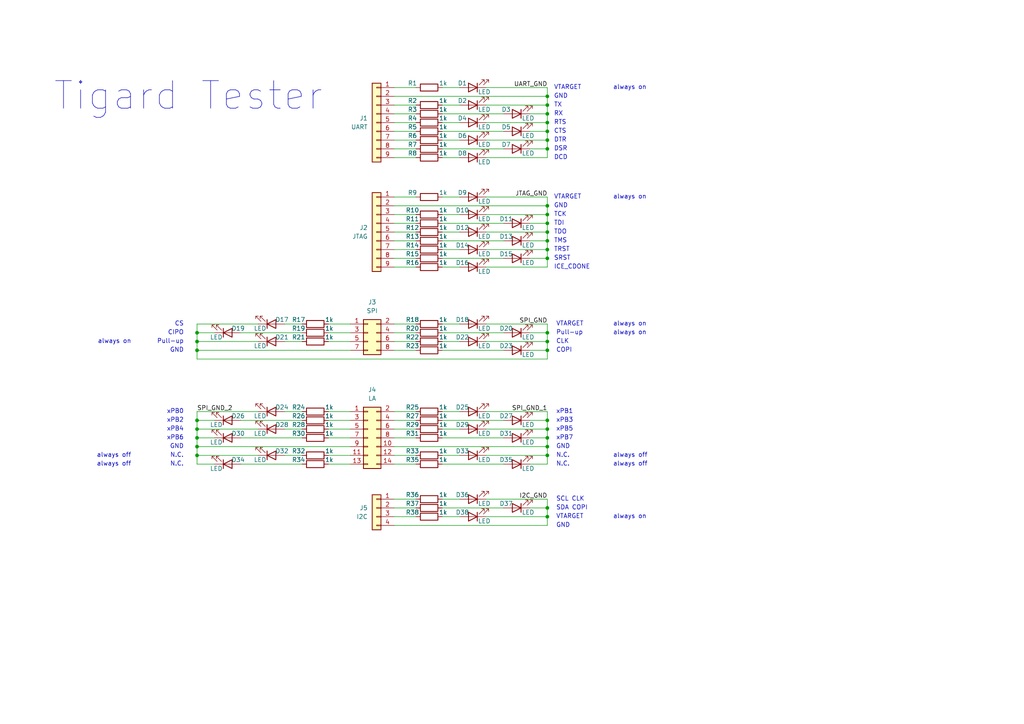
<source format=kicad_sch>
(kicad_sch (version 20231120) (generator "eeschema") (generator_version "8.0")
  (paper "A4")
  (title_block (title "Tigard Tester") (date "2025-01-11") (rev "v1.0") (company "@casartar"))
  (lib_symbols
    (symbol "Connector_Generic:Conn_01x04" (pin_names (offset 1.016) hide)
      (property "Reference" "J" (at 0 5.08 0))
      (property "Value" "Conn_01x04" (at 0 -7.62 0))
      (symbol "Conn_01x04_1_1"
        (rectangle (start -1.27 -4.953) (end 0 -5.207) (stroke (width 0.1524)))
        (rectangle (start -1.27 -2.413) (end 0 -2.667) (stroke (width 0.1524)))
        (rectangle (start -1.27 0.127) (end 0 -0.127) (stroke (width 0.1524)))
        (rectangle (start -1.27 2.667) (end 0 2.413) (stroke (width 0.1524)))
        (rectangle (start -1.27 3.81) (end 1.27 -6.35) (stroke (width 0.254)) (fill (type background)))
        (pin passive line (at -5.08 2.54 0) (length 3.81) (name "Pin_1") (number "1"))
        (pin passive line (at -5.08 0 0) (length 3.81) (name "Pin_2") (number "2"))
        (pin passive line (at -5.08 -2.54 0) (length 3.81) (name "Pin_3") (number "3"))
        (pin passive line (at -5.08 -5.08 0) (length 3.81) (name "Pin_4") (number "4"))
      )
    )
    (symbol "Connector_Generic:Conn_01x09" (pin_names (offset 1.016) hide)
      (property "Reference" "J" (at 0 12.7 0))
      (property "Value" "Conn_01x09" (at 0 -12.7 0))
      (symbol "Conn_01x09_1_1"
        (rectangle (start -1.27 -10.033) (end 0 -10.287) (stroke (width 0.1524)))
        (rectangle (start -1.27 -7.493) (end 0 -7.747) (stroke (width 0.1524)))
        (rectangle (start -1.27 -4.953) (end 0 -5.207) (stroke (width 0.1524)))
        (rectangle (start -1.27 -2.413) (end 0 -2.667) (stroke (width 0.1524)))
        (rectangle (start -1.27 0.127) (end 0 -0.127) (stroke (width 0.1524)))
        (rectangle (start -1.27 2.667) (end 0 2.413) (stroke (width 0.1524)))
        (rectangle (start -1.27 5.207) (end 0 4.953) (stroke (width 0.1524)))
        (rectangle (start -1.27 7.747) (end 0 7.493) (stroke (width 0.1524)))
        (rectangle (start -1.27 10.287) (end 0 10.033) (stroke (width 0.1524)))
        (rectangle (start -1.27 11.43) (end 1.27 -11.43) (stroke (width 0.254)) (fill (type background)))
        (pin passive line (at -5.08 10.16 0) (length 3.81) (name "Pin_1") (number "1"))
        (pin passive line (at -5.08 7.62 0) (length 3.81) (name "Pin_2") (number "2"))
        (pin passive line (at -5.08 5.08 0) (length 3.81) (name "Pin_3") (number "3"))
        (pin passive line (at -5.08 2.54 0) (length 3.81) (name "Pin_4") (number "4"))
        (pin passive line (at -5.08 0 0) (length 3.81) (name "Pin_5") (number "5"))
        (pin passive line (at -5.08 -2.54 0) (length 3.81) (name "Pin_6") (number "6"))
        (pin passive line (at -5.08 -5.08 0) (length 3.81) (name "Pin_7") (number "7"))
        (pin passive line (at -5.08 -7.62 0) (length 3.81) (name "Pin_8") (number "8"))
        (pin passive line (at -5.08 -10.16 0) (length 3.81) (name "Pin_9") (number "9"))
      )
    )
    (symbol "Connector_Generic:Conn_02x04_Odd_Even" (pin_names (offset 1.016) hide)
      (property "Reference" "J" (at 1.27 5.08 0))
      (property "Value" "Conn_02x04_Odd_Even" (at 1.27 -7.62 0))
      (symbol "Conn_02x04_Odd_Even_1_1"
        (rectangle (start -1.27 -4.953) (end 0 -5.207) (stroke (width 0.1524)))
        (rectangle (start -1.27 -2.413) (end 0 -2.667) (stroke (width 0.1524)))
        (rectangle (start -1.27 0.127) (end 0 -0.127) (stroke (width 0.1524)))
        (rectangle (start -1.27 2.667) (end 0 2.413) (stroke (width 0.1524)))
        (rectangle (start -1.27 3.81) (end 3.81 -6.35) (stroke (width 0.254)) (fill (type background)))
        (rectangle (start 3.81 -4.953) (end 2.54 -5.207) (stroke (width 0.1524)))
        (rectangle (start 3.81 -2.413) (end 2.54 -2.667) (stroke (width 0.1524)))
        (rectangle (start 3.81 0.127) (end 2.54 -0.127) (stroke (width 0.1524)))
        (rectangle (start 3.81 2.667) (end 2.54 2.413) (stroke (width 0.1524)))
        (pin passive line (at -5.08 2.54 0) (length 3.81) (name "Pin_1") (number "1"))
        (pin passive line (at 7.62 2.54 180) (length 3.81) (name "Pin_2") (number "2"))
        (pin passive line (at -5.08 0 0) (length 3.81) (name "Pin_3") (number "3"))
        (pin passive line (at 7.62 0 180) (length 3.81) (name "Pin_4") (number "4"))
        (pin passive line (at -5.08 -2.54 0) (length 3.81) (name "Pin_5") (number "5"))
        (pin passive line (at 7.62 -2.54 180) (length 3.81) (name "Pin_6") (number "6"))
        (pin passive line (at -5.08 -5.08 0) (length 3.81) (name "Pin_7") (number "7"))
        (pin passive line (at 7.62 -5.08 180) (length 3.81) (name "Pin_8") (number "8"))
      )
    )
    (symbol "Connector_Generic:Conn_02x07_Odd_Even" (pin_names (offset 1.016) hide)
      (property "Reference" "J" (at 1.27 10.16 0))
      (property "Value" "Conn_02x07_Odd_Even" (at 1.27 -10.16 0))
      (symbol "Conn_02x07_Odd_Even_1_1"
        (rectangle (start -1.27 -7.493) (end 0 -7.747) (stroke (width 0.1524)))
        (rectangle (start -1.27 -4.953) (end 0 -5.207) (stroke (width 0.1524)))
        (rectangle (start -1.27 -2.413) (end 0 -2.667) (stroke (width 0.1524)))
        (rectangle (start -1.27 0.127) (end 0 -0.127) (stroke (width 0.1524)))
        (rectangle (start -1.27 2.667) (end 0 2.413) (stroke (width 0.1524)))
        (rectangle (start -1.27 5.207) (end 0 4.953) (stroke (width 0.1524)))
        (rectangle (start -1.27 7.747) (end 0 7.493) (stroke (width 0.1524)))
        (rectangle (start -1.27 8.89) (end 3.81 -8.89) (stroke (width 0.254)) (fill (type background)))
        (rectangle (start 3.81 -7.493) (end 2.54 -7.747) (stroke (width 0.1524)))
        (rectangle (start 3.81 -4.953) (end 2.54 -5.207) (stroke (width 0.1524)))
        (rectangle (start 3.81 -2.413) (end 2.54 -2.667) (stroke (width 0.1524)))
        (rectangle (start 3.81 0.127) (end 2.54 -0.127) (stroke (width 0.1524)))
        (rectangle (start 3.81 2.667) (end 2.54 2.413) (stroke (width 0.1524)))
        (rectangle (start 3.81 5.207) (end 2.54 4.953) (stroke (width 0.1524)))
        (rectangle (start 3.81 7.747) (end 2.54 7.493) (stroke (width 0.1524)))
        (pin passive line (at -5.08 7.62 0) (length 3.81) (name "Pin_1") (number "1"))
        (pin passive line (at 7.62 -2.54 180) (length 3.81) (name "Pin_10") (number "10"))
        (pin passive line (at -5.08 -5.08 0) (length 3.81) (name "Pin_11") (number "11"))
        (pin passive line (at 7.62 -5.08 180) (length 3.81) (name "Pin_12") (number "12"))
        (pin passive line (at -5.08 -7.62 0) (length 3.81) (name "Pin_13") (number "13"))
        (pin passive line (at 7.62 -7.62 180) (length 3.81) (name "Pin_14") (number "14"))
        (pin passive line (at 7.62 7.62 180) (length 3.81) (name "Pin_2") (number "2"))
        (pin passive line (at -5.08 5.08 0) (length 3.81) (name "Pin_3") (number "3"))
        (pin passive line (at 7.62 5.08 180) (length 3.81) (name "Pin_4") (number "4"))
        (pin passive line (at -5.08 2.54 0) (length 3.81) (name "Pin_5") (number "5"))
        (pin passive line (at 7.62 2.54 180) (length 3.81) (name "Pin_6") (number "6"))
        (pin passive line (at -5.08 0 0) (length 3.81) (name "Pin_7") (number "7"))
        (pin passive line (at 7.62 0 180) (length 3.81) (name "Pin_8") (number "8"))
        (pin passive line (at -5.08 -2.54 0) (length 3.81) (name "Pin_9") (number "9"))
      )
    )
    (symbol "Device:LED" (pin_numbers hide) (pin_names (offset 1.016) hide)
      (property "Reference" "D" (at 0 2.54 0))
      (property "Value" "LED" (at 0 -2.54 0))
      (symbol "LED_0_1"
        (polyline (pts (xy -1.27 -1.27) (xy -1.27 1.27)) (stroke (width 0.254)))
        (polyline (pts (xy -1.27 0) (xy 1.27 0)))
        (polyline (pts (xy 1.27 -1.27) (xy 1.27 1.27) (xy -1.27 0) (xy 1.27 -1.27)) (stroke (width 0.254)))
        (polyline (pts (xy -3.048 -0.762) (xy -4.572 -2.286) (xy -3.81 -2.286) (xy -4.572 -2.286) (xy -4.572 -1.524)))
        (polyline (pts (xy -1.778 -0.762) (xy -3.302 -2.286) (xy -2.54 -2.286) (xy -3.302 -2.286) (xy -3.302 -1.524)))
      )
      (symbol "LED_1_1"
        (pin passive line (at -3.81 0 0) (length 2.54) (name "K") (number "1"))
        (pin passive line (at 3.81 0 180) (length 2.54) (name "A") (number "2"))
      )
    )
    (symbol "Device:R" (pin_numbers hide) (pin_names (offset 0))
      (property "Reference" "R" (at 2.032 0 90))
      (property "Value" "R" (at 0 0 90))
      (symbol "R_0_1"
        (rectangle (start -1.016 -2.54) (end 1.016 2.54) (stroke (width 0.254)))
      )
      (symbol "R_1_1"
        (pin passive line (at 0 3.81 270) (length 1.27) (name "~") (number "1"))
        (pin passive line (at 0 -3.81 90) (length 1.27) (name "~") (number "2"))
      )
    )
  )
  (junction (at 158.75 27.94))
  (junction (at 158.75 127))
  (junction (at 158.75 43.18))
  (junction (at 158.75 74.93))
  (junction (at 158.75 62.23))
  (junction (at 158.75 72.39))
  (junction (at 158.75 67.31))
  (junction (at 158.75 59.69))
  (junction (at 158.75 35.56))
  (junction (at 158.75 30.48))
  (junction (at 57.15 129.54))
  (junction (at 158.75 129.54))
  (junction (at 158.75 147.32))
  (junction (at 158.75 40.64))
  (junction (at 158.75 99.06))
  (junction (at 57.15 127))
  (junction (at 57.15 132.08))
  (junction (at 57.15 121.92))
  (junction (at 57.15 101.6))
  (junction (at 158.75 121.92))
  (junction (at 57.15 124.46))
  (junction (at 57.15 99.06))
  (junction (at 158.75 64.77))
  (junction (at 158.75 96.52))
  (junction (at 158.75 69.85))
  (junction (at 158.75 101.6))
  (junction (at 158.75 38.1))
  (junction (at 158.75 124.46))
  (junction (at 158.75 33.02))
  (junction (at 158.75 149.86))
  (junction (at 57.15 96.52))
  (junction (at 158.75 132.08))
  (wire (pts (xy 158.75 144.78) (xy 158.75 147.32)))
  (wire (pts (xy 114.3 64.77) (xy 120.65 64.77)))
  (wire (pts (xy 158.75 149.86) (xy 158.75 147.32)))
  (wire (pts (xy 140.97 99.06) (xy 158.75 99.06)))
  (wire (pts (xy 128.27 72.39) (xy 133.35 72.39)))
  (wire (pts (xy 128.27 30.48) (xy 133.35 30.48)))
  (wire (pts (xy 114.3 35.56) (xy 120.65 35.56)))
  (wire (pts (xy 128.27 69.85) (xy 146.05 69.85)))
  (wire (pts (xy 158.75 30.48) (xy 140.97 30.48)))
  (wire (pts (xy 57.15 124.46) (xy 74.93 124.46)))
  (wire (pts (xy 114.3 45.72) (xy 120.65 45.72)))
  (wire (pts (xy 57.15 121.92) (xy 62.23 121.92)))
  (wire (pts (xy 140.97 144.78) (xy 158.75 144.78)))
  (wire (pts (xy 95.25 134.62) (xy 101.6 134.62)))
  (wire (pts (xy 140.97 35.56) (xy 158.75 35.56)))
  (wire (pts (xy 128.27 124.46) (xy 133.35 124.46)))
  (wire (pts (xy 114.3 59.69) (xy 158.75 59.69)))
  (wire (pts (xy 128.27 99.06) (xy 133.35 99.06)))
  (wire (pts (xy 128.27 144.78) (xy 133.35 144.78)))
  (wire (pts (xy 158.75 134.62) (xy 158.75 132.08)))
  (wire (pts (xy 158.75 69.85) (xy 158.75 72.39)))
  (wire (pts (xy 153.67 121.92) (xy 158.75 121.92)))
  (wire (pts (xy 153.67 38.1) (xy 158.75 38.1)))
  (wire (pts (xy 158.75 64.77) (xy 158.75 67.31)))
  (wire (pts (xy 114.3 62.23) (xy 120.65 62.23)))
  (wire (pts (xy 128.27 64.77) (xy 146.05 64.77)))
  (wire (pts (xy 114.3 127) (xy 120.65 127)))
  (wire (pts (xy 57.15 99.06) (xy 57.15 96.52)))
  (wire (pts (xy 158.75 99.06) (xy 158.75 96.52)))
  (wire (pts (xy 153.67 96.52) (xy 158.75 96.52)))
  (wire (pts (xy 128.27 121.92) (xy 146.05 121.92)))
  (wire (pts (xy 158.75 67.31) (xy 158.75 69.85)))
  (wire (pts (xy 95.25 132.08) (xy 101.6 132.08)))
  (wire (pts (xy 128.27 57.15) (xy 133.35 57.15)))
  (wire (pts (xy 114.3 101.6) (xy 120.65 101.6)))
  (wire (pts (xy 114.3 119.38) (xy 120.65 119.38)))
  (wire (pts (xy 140.97 40.64) (xy 158.75 40.64)))
  (wire (pts (xy 158.75 40.64) (xy 158.75 43.18)))
  (wire (pts (xy 114.3 72.39) (xy 120.65 72.39)))
  (wire (pts (xy 114.3 96.52) (xy 120.65 96.52)))
  (wire (pts (xy 128.27 134.62) (xy 146.05 134.62)))
  (wire (pts (xy 57.15 119.38) (xy 57.15 121.92)))
  (wire (pts (xy 158.75 124.46) (xy 158.75 127)))
  (wire (pts (xy 69.85 134.62) (xy 87.63 134.62)))
  (wire (pts (xy 95.25 124.46) (xy 101.6 124.46)))
  (wire (pts (xy 62.23 134.62) (xy 57.15 134.62)))
  (wire (pts (xy 114.3 33.02) (xy 120.65 33.02)))
  (wire (pts (xy 114.3 27.94) (xy 158.75 27.94)))
  (wire (pts (xy 128.27 62.23) (xy 133.35 62.23)))
  (wire (pts (xy 158.75 33.02) (xy 158.75 30.48)))
  (wire (pts (xy 82.55 119.38) (xy 87.63 119.38)))
  (wire (pts (xy 128.27 43.18) (xy 146.05 43.18)))
  (wire (pts (xy 158.75 101.6) (xy 158.75 99.06)))
  (wire (pts (xy 114.3 67.31) (xy 120.65 67.31)))
  (wire (pts (xy 114.3 132.08) (xy 120.65 132.08)))
  (wire (pts (xy 158.75 59.69) (xy 158.75 62.23)))
  (wire (pts (xy 95.25 96.52) (xy 101.6 96.52)))
  (wire (pts (xy 128.27 149.86) (xy 133.35 149.86)))
  (wire (pts (xy 114.3 99.06) (xy 120.65 99.06)))
  (wire (pts (xy 74.93 99.06) (xy 57.15 99.06)))
  (wire (pts (xy 158.75 45.72) (xy 158.75 43.18)))
  (wire (pts (xy 158.75 147.32) (xy 153.67 147.32)))
  (wire (pts (xy 114.3 93.98) (xy 120.65 93.98)))
  (wire (pts (xy 158.75 104.14) (xy 57.15 104.14)))
  (wire (pts (xy 128.27 45.72) (xy 133.35 45.72)))
  (wire (pts (xy 114.3 38.1) (xy 120.65 38.1)))
  (wire (pts (xy 57.15 101.6) (xy 57.15 99.06)))
  (wire (pts (xy 95.25 93.98) (xy 101.6 93.98)))
  (wire (pts (xy 140.97 72.39) (xy 158.75 72.39)))
  (wire (pts (xy 140.97 149.86) (xy 158.75 149.86)))
  (wire (pts (xy 82.55 132.08) (xy 87.63 132.08)))
  (wire (pts (xy 140.97 62.23) (xy 158.75 62.23)))
  (wire (pts (xy 158.75 129.54) (xy 158.75 127)))
  (wire (pts (xy 153.67 64.77) (xy 158.75 64.77)))
  (wire (pts (xy 114.3 124.46) (xy 120.65 124.46)))
  (wire (pts (xy 153.67 69.85) (xy 158.75 69.85)))
  (wire (pts (xy 153.67 134.62) (xy 158.75 134.62)))
  (wire (pts (xy 82.55 93.98) (xy 87.63 93.98)))
  (wire (pts (xy 57.15 93.98) (xy 74.93 93.98)))
  (wire (pts (xy 128.27 93.98) (xy 133.35 93.98)))
  (wire (pts (xy 128.27 132.08) (xy 133.35 132.08)))
  (wire (pts (xy 95.25 99.06) (xy 101.6 99.06)))
  (wire (pts (xy 62.23 96.52) (xy 57.15 96.52)))
  (wire (pts (xy 158.75 96.52) (xy 158.75 93.98)))
  (wire (pts (xy 128.27 74.93) (xy 146.05 74.93)))
  (wire (pts (xy 69.85 121.92) (xy 87.63 121.92)))
  (wire (pts (xy 114.3 77.47) (xy 120.65 77.47)))
  (wire (pts (xy 128.27 96.52) (xy 146.05 96.52)))
  (wire (pts (xy 140.97 45.72) (xy 158.75 45.72)))
  (wire (pts (xy 69.85 96.52) (xy 87.63 96.52)))
  (wire (pts (xy 128.27 147.32) (xy 146.05 147.32)))
  (wire (pts (xy 57.15 104.14) (xy 57.15 101.6)))
  (wire (pts (xy 114.3 40.64) (xy 120.65 40.64)))
  (wire (pts (xy 114.3 69.85) (xy 120.65 69.85)))
  (wire (pts (xy 128.27 25.4) (xy 133.35 25.4)))
  (wire (pts (xy 153.67 33.02) (xy 158.75 33.02)))
  (wire (pts (xy 57.15 129.54) (xy 57.15 127)))
  (wire (pts (xy 57.15 121.92) (xy 57.15 124.46)))
  (wire (pts (xy 69.85 127) (xy 87.63 127)))
  (wire (pts (xy 114.3 129.54) (xy 158.75 129.54)))
  (wire (pts (xy 101.6 101.6) (xy 57.15 101.6)))
  (wire (pts (xy 153.67 74.93) (xy 158.75 74.93)))
  (wire (pts (xy 158.75 62.23) (xy 158.75 64.77)))
  (wire (pts (xy 140.97 132.08) (xy 158.75 132.08)))
  (wire (pts (xy 128.27 119.38) (xy 133.35 119.38)))
  (wire (pts (xy 82.55 99.06) (xy 87.63 99.06)))
  (wire (pts (xy 57.15 96.52) (xy 57.15 93.98)))
  (wire (pts (xy 128.27 38.1) (xy 146.05 38.1)))
  (wire (pts (xy 158.75 93.98) (xy 140.97 93.98)))
  (wire (pts (xy 128.27 127) (xy 146.05 127)))
  (wire (pts (xy 158.75 121.92) (xy 158.75 124.46)))
  (wire (pts (xy 158.75 27.94) (xy 158.75 30.48)))
  (wire (pts (xy 114.3 134.62) (xy 120.65 134.62)))
  (wire (pts (xy 158.75 119.38) (xy 158.75 121.92)))
  (wire (pts (xy 140.97 119.38) (xy 158.75 119.38)))
  (wire (pts (xy 128.27 33.02) (xy 146.05 33.02)))
  (wire (pts (xy 82.55 124.46) (xy 87.63 124.46)))
  (wire (pts (xy 114.3 144.78) (xy 120.65 144.78)))
  (wire (pts (xy 128.27 101.6) (xy 146.05 101.6)))
  (wire (pts (xy 128.27 77.47) (xy 133.35 77.47)))
  (wire (pts (xy 101.6 129.54) (xy 57.15 129.54)))
  (wire (pts (xy 114.3 25.4) (xy 120.65 25.4)))
  (wire (pts (xy 57.15 127) (xy 62.23 127)))
  (wire (pts (xy 74.93 119.38) (xy 57.15 119.38)))
  (wire (pts (xy 158.75 132.08) (xy 158.75 129.54)))
  (wire (pts (xy 140.97 124.46) (xy 158.75 124.46)))
  (wire (pts (xy 95.25 119.38) (xy 101.6 119.38)))
  (wire (pts (xy 158.75 127) (xy 153.67 127)))
  (wire (pts (xy 114.3 43.18) (xy 120.65 43.18)))
  (wire (pts (xy 153.67 101.6) (xy 158.75 101.6)))
  (wire (pts (xy 114.3 147.32) (xy 120.65 147.32)))
  (wire (pts (xy 158.75 101.6) (xy 158.75 104.14)))
  (wire (pts (xy 128.27 67.31) (xy 133.35 67.31)))
  (wire (pts (xy 128.27 40.64) (xy 133.35 40.64)))
  (wire (pts (xy 74.93 132.08) (xy 57.15 132.08)))
  (wire (pts (xy 95.25 121.92) (xy 101.6 121.92)))
  (wire (pts (xy 158.75 74.93) (xy 158.75 77.47)))
  (wire (pts (xy 158.75 57.15) (xy 158.75 59.69)))
  (wire (pts (xy 140.97 57.15) (xy 158.75 57.15)))
  (wire (pts (xy 140.97 67.31) (xy 158.75 67.31)))
  (wire (pts (xy 114.3 152.4) (xy 158.75 152.4)))
  (wire (pts (xy 158.75 38.1) (xy 158.75 40.64)))
  (wire (pts (xy 114.3 74.93) (xy 120.65 74.93)))
  (wire (pts (xy 57.15 134.62) (xy 57.15 132.08)))
  (wire (pts (xy 114.3 57.15) (xy 120.65 57.15)))
  (wire (pts (xy 158.75 77.47) (xy 140.97 77.47)))
  (wire (pts (xy 158.75 25.4) (xy 158.75 27.94)))
  (wire (pts (xy 158.75 33.02) (xy 158.75 35.56)))
  (wire (pts (xy 158.75 152.4) (xy 158.75 149.86)))
  (wire (pts (xy 114.3 30.48) (xy 120.65 30.48)))
  (wire (pts (xy 158.75 35.56) (xy 158.75 38.1)))
  (wire (pts (xy 128.27 35.56) (xy 133.35 35.56)))
  (wire (pts (xy 95.25 127) (xy 101.6 127)))
  (wire (pts (xy 57.15 124.46) (xy 57.15 127)))
  (wire (pts (xy 57.15 132.08) (xy 57.15 129.54)))
  (wire (pts (xy 158.75 72.39) (xy 158.75 74.93)))
  (wire (pts (xy 140.97 25.4) (xy 158.75 25.4)))
  (wire (pts (xy 114.3 149.86) (xy 120.65 149.86)))
  (wire (pts (xy 114.3 121.92) (xy 120.65 121.92)))
  (wire (pts (xy 158.75 43.18) (xy 153.67 43.18)))
  (text "RTS" (at 160.655 35.56 0) (effects (font (size 1.27 1.27)) (justify left)))
  (text "ICE_CDONE" (at 160.655 77.47 0) (effects (font (size 1.27 1.27)) (justify left)))
  (text "TX" (at 160.655 30.48 0) (effects (font (size 1.27 1.27)) (justify left)))
  (text "Tigard Tester" (at 54.61 27.94 0) (effects (font (size 8 8))))
  (text "N.C." (at 53.34 134.62 0) (effects (font (size 1.27 1.27)) (justify right)))
  (text "Pull-up" (at 161.29 96.52 0) (effects (font (size 1.27 1.27)) (justify left)))
  (text "VTARGET" (at 160.655 25.4 0) (effects (font (size 1.27 1.27)) (justify left)))
  (text "N.C." (at 161.29 134.62 0) (effects (font (size 1.27 1.27)) (justify left)))
  (text "xPB7" (at 161.29 127 0) (effects (font (size 1.27 1.27)) (justify left)))
  (text "DSR" (at 160.655 43.18 0) (effects (font (size 1.27 1.27)) (justify left)))
  (text "always on" (at 177.8 57.15 0) (effects (font (size 1.27 1.27)) (justify left)))
  (text "TRST" (at 160.655 72.39 0) (effects (font (size 1.27 1.27)) (justify left)))
  (text "always off" (at 38.1 132.08 0) (effects (font (size 1.27 1.27)) (justify right)))
  (text "GND" (at 160.655 27.94 0) (effects (font (size 1.27 1.27)) (justify left)))
  (text "DTR" (at 160.655 40.64 0) (effects (font (size 1.27 1.27)) (justify left)))
  (text "SDA COPI" (at 161.29 147.32 0) (effects (font (size 1.27 1.27)) (justify left)))
  (text "GND" (at 161.29 152.4 0) (effects (font (size 1.27 1.27)) (justify left)))
  (text "COPI" (at 161.29 101.6 0) (effects (font (size 1.27 1.27)) (justify left)))
  (text "SCL CLK" (at 161.29 144.78 0) (effects (font (size 1.27 1.27)) (justify left)))
  (text "VTARGET" (at 160.655 57.15 0) (effects (font (size 1.27 1.27)) (justify left)))
  (text "SRST" (at 160.655 74.93 0) (effects (font (size 1.27 1.27)) (justify left)))
  (text "TDO" (at 160.655 67.31 0) (effects (font (size 1.27 1.27)) (justify left)))
  (text "VTARGET" (at 161.29 149.86 0) (effects (font (size 1.27 1.27)) (justify left)))
  (text "xPB6" (at 53.34 127 0) (effects (font (size 1.27 1.27)) (justify right)))
  (text "TCK" (at 160.655 62.23 0) (effects (font (size 1.27 1.27)) (justify left)))
  (text "TMS" (at 160.655 69.85 0) (effects (font (size 1.27 1.27)) (justify left)))
  (text "Pull-up" (at 53.34 99.06 0) (effects (font (size 1.27 1.27)) (justify right)))
  (text "VTARGET" (at 161.29 93.98 0) (effects (font (size 1.27 1.27)) (justify left)))
  (text "xPB5" (at 161.29 124.46 0) (effects (font (size 1.27 1.27)) (justify left)))
  (text "TDI" (at 160.655 64.77 0) (effects (font (size 1.27 1.27)) (justify left)))
  (text "GND" (at 161.29 129.54 0) (effects (font (size 1.27 1.27)) (justify left)))
  (text "always on" (at 177.8 96.52 0) (effects (font (size 1.27 1.27)) (justify left)))
  (text "GND" (at 53.34 101.6 0) (effects (font (size 1.27 1.27)) (justify right)))
  (text "CIPO" (at 53.34 96.52 0) (effects (font (size 1.27 1.27)) (justify right)))
  (text "always off" (at 177.8 132.08 0) (effects (font (size 1.27 1.27)) (justify left)))
  (text "N.C." (at 53.34 132.08 0) (effects (font (size 1.27 1.27)) (justify right)))
  (text "always on" (at 177.8 93.98 0) (effects (font (size 1.27 1.27)) (justify left)))
  (text "CTS" (at 160.655 38.1 0) (effects (font (size 1.27 1.27)) (justify left)))
  (text "CLK" (at 161.29 99.06 0) (effects (font (size 1.27 1.27)) (justify left)))
  (text "always off" (at 177.8 134.62 0) (effects (font (size 1.27 1.27)) (justify left)))
  (text "always off" (at 38.1 134.62 0) (effects (font (size 1.27 1.27)) (justify right)))
  (text "GND" (at 53.34 129.54 0) (effects (font (size 1.27 1.27)) (justify right)))
  (text "N.C." (at 161.29 132.08 0) (effects (font (size 1.27 1.27)) (justify left)))
  (text "xPB3" (at 161.29 121.92 0) (effects (font (size 1.27 1.27)) (justify left)))
  (text "always on" (at 177.8 149.86 0) (effects (font (size 1.27 1.27)) (justify left)))
  (text "GND" (at 160.655 59.69 0) (effects (font (size 1.27 1.27)) (justify left)))
  (text "always on" (at 177.8 25.4 0) (effects (font (size 1.27 1.27)) (justify left)))
  (text "xPB2" (at 53.34 121.92 0) (effects (font (size 1.27 1.27)) (justify right)))
  (text "xPB4" (at 53.34 124.46 0) (effects (font (size 1.27 1.27)) (justify right)))
  (text "CS" (at 53.34 93.98 0) (effects (font (size 1.27 1.27)) (justify right)))
  (text "xPB0" (at 53.34 119.38 0) (effects (font (size 1.27 1.27)) (justify right)))
  (text "DCD" (at 160.655 45.72 0) (effects (font (size 1.27 1.27)) (justify left)))
  (text "always on" (at 38.1 99.06 0) (effects (font (size 1.27 1.27)) (justify right)))
  (text "RX" (at 160.655 33.02 0) (effects (font (size 1.27 1.27)) (justify left)))
  (text "xPB1" (at 161.29 119.38 0) (effects (font (size 1.27 1.27)) (justify left)))
  (label "SPI_GND" (at 158.75 93.98 180))
  (label "SPI_GND_1" (at 158.75 119.38 180))
  (label "JTAG_GND" (at 158.75 57.15 180))
  (label "UART_GND" (at 158.75 25.4 180))
  (label "I2C_GND" (at 158.75 144.78 180))
  (label "SPI_GND_2" (at 57.15 119.38 0))
  (symbol (lib_id "Device:LED") (at 137.16 93.98 180) (unit 1)
    (property "Reference" "D18" (at 134.112 92.71 0))
    (property "Value" "LED" (at 140.462 95.25 0))
    (property "Footprint" "LED_SMD:LED_0805_2012Metric_Pad1.15x1.40mm_HandSolder" (effects (hide yes)))
    (property "Description" "Light emitting diode" (effects (hide yes)))
  )
  (symbol (lib_id "Device:R") (at 124.46 33.02 90) (unit 1)
    (property "Reference" "R3" (at 119.634 31.75 90))
    (property "Value" "1k" (at 128.524 31.75 90))
    (property "Footprint" "Resistor_SMD:R_0805_2012Metric_Pad1.20x1.40mm_HandSolder" (effects (hide yes)))
    (property "Description" "Resistor" (effects (hide yes)))
  )
  (symbol (lib_id "Device:LED") (at 149.86 127 180) (unit 1)
    (property "Reference" "D31" (at 146.812 125.73 0))
    (property "Value" "LED" (at 153.162 128.27 0))
    (property "Footprint" "LED_SMD:LED_0805_2012Metric_Pad1.15x1.40mm_HandSolder" (effects (hide yes)))
    (property "Description" "Light emitting diode" (effects (hide yes)))
  )
  (symbol (lib_id "Device:LED") (at 66.04 134.62 0) (mirror x) (unit 1)
    (property "Reference" "D34" (at 69.088 133.35 0))
    (property "Value" "LED" (at 62.738 135.89 0))
    (property "Footprint" "LED_SMD:LED_0805_2012Metric_Pad1.15x1.40mm_HandSolder" (effects (hide yes)))
    (property "Description" "Light emitting diode" (effects (hide yes)))
  )
  (symbol (lib_id "Device:R") (at 91.44 99.06 90) (unit 1)
    (property "Reference" "R21" (at 86.614 97.79 90))
    (property "Value" "1k" (at 95.504 97.79 90))
    (property "Footprint" "Resistor_SMD:R_0805_2012Metric_Pad1.20x1.40mm_HandSolder" (effects (hide yes)))
    (property "Description" "Resistor" (effects (hide yes)))
  )
  (symbol (lib_id "Device:LED") (at 78.74 132.08 0) (mirror x) (unit 1)
    (property "Reference" "D32" (at 81.788 130.81 0))
    (property "Value" "LED" (at 75.438 133.35 0))
    (property "Footprint" "LED_SMD:LED_0805_2012Metric_Pad1.15x1.40mm_HandSolder" (effects (hide yes)))
    (property "Description" "Light emitting diode" (effects (hide yes)))
  )
  (symbol (lib_id "Device:LED") (at 149.86 96.52 180) (unit 1)
    (property "Reference" "D20" (at 146.812 95.25 0))
    (property "Value" "LED" (at 153.162 97.79 0))
    (property "Footprint" "LED_SMD:LED_0805_2012Metric_Pad1.15x1.40mm_HandSolder" (effects (hide yes)))
    (property "Description" "Light emitting diode" (effects (hide yes)))
  )
  (symbol (lib_id "Device:LED") (at 137.16 35.56 180) (unit 1)
    (property "Reference" "D4" (at 134.112 34.29 0))
    (property "Value" "LED" (at 140.462 36.83 0))
    (property "Footprint" "LED_SMD:LED_0805_2012Metric_Pad1.15x1.40mm_HandSolder" (effects (hide yes)))
    (property "Description" "Light emitting diode" (effects (hide yes)))
  )
  (symbol (lib_id "Device:LED") (at 78.74 119.38 0) (mirror x) (unit 1)
    (property "Reference" "D24" (at 81.788 118.11 0))
    (property "Value" "LED" (at 75.438 120.65 0))
    (property "Footprint" "LED_SMD:LED_0805_2012Metric_Pad1.15x1.40mm_HandSolder" (effects (hide yes)))
    (property "Description" "Light emitting diode" (effects (hide yes)))
  )
  (symbol (lib_id "Device:R") (at 91.44 134.62 90) (unit 1)
    (property "Reference" "R34" (at 86.614 133.35 90))
    (property "Value" "1k" (at 95.504 133.35 90))
    (property "Footprint" "Resistor_SMD:R_0805_2012Metric_Pad1.20x1.40mm_HandSolder" (effects (hide yes)))
    (property "Description" "Resistor" (effects (hide yes)))
  )
  (symbol (lib_id "Connector_Generic:Conn_01x04") (at 109.22 147.32 0) (mirror y) (unit 1)
    (property "Reference" "J5" (at 106.68 147.3199 0) (effects (justify left)))
    (property "Value" "I2C" (at 106.68 149.8599 0) (effects (justify left)))
    (property "Footprint" "Connector_PinSocket_2.54mm:PinSocket_1x04_P2.54mm_Vertical" (effects (hide yes)))
    (property "Description" "Generic connector, single row, 01x04, script generated (kicad-library-utils/schlib/autogen/connector/)" (effects (hide yes)))
  )
  (symbol (lib_id "Device:LED") (at 137.16 40.64 180) (unit 1)
    (property "Reference" "D6" (at 134.112 39.37 0))
    (property "Value" "LED" (at 140.462 41.91 0))
    (property "Footprint" "LED_SMD:LED_0805_2012Metric_Pad1.15x1.40mm_HandSolder" (effects (hide yes)))
    (property "Description" "Light emitting diode" (effects (hide yes)))
  )
  (symbol (lib_id "Device:R") (at 124.46 119.38 90) (unit 1)
    (property "Reference" "R25" (at 119.634 118.11 90))
    (property "Value" "1k" (at 128.524 118.11 90))
    (property "Footprint" "Resistor_SMD:R_0805_2012Metric_Pad1.20x1.40mm_HandSolder" (effects (hide yes)))
    (property "Description" "Resistor" (effects (hide yes)))
  )
  (symbol (lib_id "Device:R") (at 91.44 96.52 90) (unit 1)
    (property "Reference" "R19" (at 86.614 95.25 90))
    (property "Value" "1k" (at 95.504 95.25 90))
    (property "Footprint" "Resistor_SMD:R_0805_2012Metric_Pad1.20x1.40mm_HandSolder" (effects (hide yes)))
    (property "Description" "Resistor" (effects (hide yes)))
  )
  (symbol (lib_id "Device:LED") (at 137.16 144.78 180) (unit 1)
    (property "Reference" "D36" (at 134.112 143.51 0))
    (property "Value" "LED" (at 140.462 146.05 0))
    (property "Footprint" "LED_SMD:LED_0805_2012Metric_Pad1.15x1.40mm_HandSolder" (effects (hide yes)))
    (property "Description" "Light emitting diode" (effects (hide yes)))
  )
  (symbol (lib_id "Device:LED") (at 137.16 99.06 180) (unit 1)
    (property "Reference" "D22" (at 134.112 97.79 0))
    (property "Value" "LED" (at 140.462 100.33 0))
    (property "Footprint" "LED_SMD:LED_0805_2012Metric_Pad1.15x1.40mm_HandSolder" (effects (hide yes)))
    (property "Description" "Light emitting diode" (effects (hide yes)))
  )
  (symbol (lib_id "Device:LED") (at 137.16 30.48 180) (unit 1)
    (property "Reference" "D2" (at 134.112 29.21 0))
    (property "Value" "LED" (at 140.462 31.75 0))
    (property "Footprint" "LED_SMD:LED_0805_2012Metric_Pad1.15x1.40mm_HandSolder" (effects (hide yes)))
    (property "Description" "Light emitting diode" (effects (hide yes)))
  )
  (symbol (lib_id "Device:LED") (at 149.86 33.02 180) (unit 1)
    (property "Reference" "D3" (at 146.812 31.75 0))
    (property "Value" "LED" (at 153.162 34.29 0))
    (property "Footprint" "LED_SMD:LED_0805_2012Metric_Pad1.15x1.40mm_HandSolder" (effects (hide yes)))
    (property "Description" "Light emitting diode" (effects (hide yes)))
  )
  (symbol (lib_id "Connector_Generic:Conn_01x09") (at 109.22 35.56 0) (mirror y) (unit 1)
    (property "Reference" "J1" (at 106.68 34.2899 0) (effects (justify left)))
    (property "Value" "UART" (at 106.68 36.8299 0) (effects (justify left)))
    (property "Footprint" "Connector_PinHeader_2.54mm:PinHeader_1x09_P2.54mm_Vertical" (effects (hide yes)))
    (property "Description" "Generic connector, single row, 01x09, script generated (kicad-library-utils/schlib/autogen/connector/)" (effects (hide yes)))
  )
  (symbol (lib_id "Device:LED") (at 137.16 124.46 180) (unit 1)
    (property "Reference" "D29" (at 134.112 123.19 0))
    (property "Value" "LED" (at 140.462 125.73 0))
    (property "Footprint" "LED_SMD:LED_0805_2012Metric_Pad1.15x1.40mm_HandSolder" (effects (hide yes)))
    (property "Description" "Light emitting diode" (effects (hide yes)))
  )
  (symbol (lib_id "Device:LED") (at 149.86 101.6 180) (unit 1)
    (property "Reference" "D23" (at 146.812 100.33 0))
    (property "Value" "LED" (at 153.162 102.87 0))
    (property "Footprint" "LED_SMD:LED_0805_2012Metric_Pad1.15x1.40mm_HandSolder" (effects (hide yes)))
    (property "Description" "Light emitting diode" (effects (hide yes)))
  )
  (symbol (lib_id "Device:LED") (at 66.04 121.92 0) (mirror x) (unit 1)
    (property "Reference" "D26" (at 69.088 120.65 0))
    (property "Value" "LED" (at 62.738 123.19 0))
    (property "Footprint" "LED_SMD:LED_0805_2012Metric_Pad1.15x1.40mm_HandSolder" (effects (hide yes)))
    (property "Description" "Light emitting diode" (effects (hide yes)))
  )
  (symbol (lib_id "Device:R") (at 91.44 132.08 90) (unit 1)
    (property "Reference" "R32" (at 86.614 130.81 90))
    (property "Value" "1k" (at 95.504 130.81 90))
    (property "Footprint" "Resistor_SMD:R_0805_2012Metric_Pad1.20x1.40mm_HandSolder" (effects (hide yes)))
    (property "Description" "Resistor" (effects (hide yes)))
  )
  (symbol (lib_id "Device:LED") (at 137.16 25.4 180) (unit 1)
    (property "Reference" "D1" (at 134.112 24.13 0))
    (property "Value" "LED" (at 140.462 26.67 0))
    (property "Footprint" "LED_SMD:LED_0805_2012Metric_Pad1.15x1.40mm_HandSolder" (effects (hide yes)))
    (property "Description" "Light emitting diode" (effects (hide yes)))
  )
  (symbol (lib_id "Device:LED") (at 66.04 127 0) (mirror x) (unit 1)
    (property "Reference" "D30" (at 69.088 125.73 0))
    (property "Value" "LED" (at 62.738 128.27 0))
    (property "Footprint" "LED_SMD:LED_0805_2012Metric_Pad1.15x1.40mm_HandSolder" (effects (hide yes)))
    (property "Description" "Light emitting diode" (effects (hide yes)))
  )
  (symbol (lib_id "Device:R") (at 124.46 30.48 90) (unit 1)
    (property "Reference" "R2" (at 119.634 29.21 90))
    (property "Value" "1k" (at 128.524 29.21 90))
    (property "Footprint" "Resistor_SMD:R_0805_2012Metric_Pad1.20x1.40mm_HandSolder" (effects (hide yes)))
    (property "Description" "Resistor" (effects (hide yes)))
  )
  (symbol (lib_id "Device:LED") (at 137.16 67.31 180) (unit 1)
    (property "Reference" "D12" (at 134.112 66.04 0))
    (property "Value" "LED" (at 140.462 68.58 0))
    (property "Footprint" "LED_SMD:LED_0805_2012Metric_Pad1.15x1.40mm_HandSolder" (effects (hide yes)))
    (property "Description" "Light emitting diode" (effects (hide yes)))
  )
  (symbol (lib_id "Device:LED") (at 78.74 93.98 0) (mirror x) (unit 1)
    (property "Reference" "D17" (at 81.788 92.71 0))
    (property "Value" "LED" (at 75.438 95.25 0))
    (property "Footprint" "LED_SMD:LED_0805_2012Metric_Pad1.15x1.40mm_HandSolder" (effects (hide yes)))
    (property "Description" "Light emitting diode" (effects (hide yes)))
  )
  (symbol (lib_id "Device:R") (at 124.46 43.18 90) (unit 1)
    (property "Reference" "R7" (at 119.634 41.91 90))
    (property "Value" "1k" (at 128.524 41.91 90))
    (property "Footprint" "Resistor_SMD:R_0805_2012Metric_Pad1.20x1.40mm_HandSolder" (effects (hide yes)))
    (property "Description" "Resistor" (effects (hide yes)))
  )
  (symbol (lib_id "Device:R") (at 124.46 74.93 90) (unit 1)
    (property "Reference" "R15" (at 119.634 73.66 90))
    (property "Value" "1k" (at 128.524 73.66 90))
    (property "Footprint" "Resistor_SMD:R_0805_2012Metric_Pad1.20x1.40mm_HandSolder" (effects (hide yes)))
    (property "Description" "Resistor" (effects (hide yes)))
  )
  (symbol (lib_id "Device:R") (at 124.46 124.46 90) (unit 1)
    (property "Reference" "R29" (at 119.634 123.19 90))
    (property "Value" "1k" (at 128.524 123.19 90))
    (property "Footprint" "Resistor_SMD:R_0805_2012Metric_Pad1.20x1.40mm_HandSolder" (effects (hide yes)))
    (property "Description" "Resistor" (effects (hide yes)))
  )
  (symbol (lib_id "Device:R") (at 124.46 38.1 90) (unit 1)
    (property "Reference" "R5" (at 119.634 36.83 90))
    (property "Value" "1k" (at 128.524 36.83 90))
    (property "Footprint" "Resistor_SMD:R_0805_2012Metric_Pad1.20x1.40mm_HandSolder" (effects (hide yes)))
    (property "Description" "Resistor" (effects (hide yes)))
  )
  (symbol (lib_id "Device:LED") (at 149.86 43.18 180) (unit 1)
    (property "Reference" "D7" (at 146.812 41.91 0))
    (property "Value" "LED" (at 153.162 44.45 0))
    (property "Footprint" "LED_SMD:LED_0805_2012Metric_Pad1.15x1.40mm_HandSolder" (effects (hide yes)))
    (property "Description" "Light emitting diode" (effects (hide yes)))
  )
  (symbol (lib_id "Device:R") (at 124.46 149.86 90) (unit 1)
    (property "Reference" "R38" (at 119.634 148.59 90))
    (property "Value" "1k" (at 128.524 148.59 90))
    (property "Footprint" "Resistor_SMD:R_0805_2012Metric_Pad1.20x1.40mm_HandSolder" (effects (hide yes)))
    (property "Description" "Resistor" (effects (hide yes)))
  )
  (symbol (lib_id "Device:LED") (at 149.86 134.62 180) (unit 1)
    (property "Reference" "D35" (at 146.812 133.35 0))
    (property "Value" "LED" (at 153.162 135.89 0))
    (property "Footprint" "LED_SMD:LED_0805_2012Metric_Pad1.15x1.40mm_HandSolder" (effects (hide yes)))
    (property "Description" "Light emitting diode" (effects (hide yes)))
  )
  (symbol (lib_id "Device:R") (at 124.46 121.92 90) (unit 1)
    (property "Reference" "R27" (at 119.634 120.65 90))
    (property "Value" "1k" (at 128.524 120.65 90))
    (property "Footprint" "Resistor_SMD:R_0805_2012Metric_Pad1.20x1.40mm_HandSolder" (effects (hide yes)))
    (property "Description" "Resistor" (effects (hide yes)))
  )
  (symbol (lib_id "Device:R") (at 124.46 127 90) (unit 1)
    (property "Reference" "R31" (at 119.634 125.73 90))
    (property "Value" "1k" (at 128.524 125.73 90))
    (property "Footprint" "Resistor_SMD:R_0805_2012Metric_Pad1.20x1.40mm_HandSolder" (effects (hide yes)))
    (property "Description" "Resistor" (effects (hide yes)))
  )
  (symbol (lib_id "Device:R") (at 124.46 40.64 90) (unit 1)
    (property "Reference" "R6" (at 119.634 39.37 90))
    (property "Value" "1k" (at 128.524 39.37 90))
    (property "Footprint" "Resistor_SMD:R_0805_2012Metric_Pad1.20x1.40mm_HandSolder" (effects (hide yes)))
    (property "Description" "Resistor" (effects (hide yes)))
  )
  (symbol (lib_id "Device:LED") (at 149.86 64.77 180) (unit 1)
    (property "Reference" "D11" (at 146.812 63.5 0))
    (property "Value" "LED" (at 153.162 66.04 0))
    (property "Footprint" "LED_SMD:LED_0805_2012Metric_Pad1.15x1.40mm_HandSolder" (effects (hide yes)))
    (property "Description" "Light emitting diode" (effects (hide yes)))
  )
  (symbol (lib_id "Device:LED") (at 78.74 99.06 0) (mirror x) (unit 1)
    (property "Reference" "D21" (at 81.788 97.79 0))
    (property "Value" "LED" (at 75.438 100.33 0))
    (property "Footprint" "LED_SMD:LED_0805_2012Metric_Pad1.15x1.40mm_HandSolder" (effects (hide yes)))
    (property "Description" "Light emitting diode" (effects (hide yes)))
  )
  (symbol (lib_id "Device:LED") (at 149.86 121.92 180) (unit 1)
    (property "Reference" "D27" (at 146.812 120.65 0))
    (property "Value" "LED" (at 153.162 123.19 0))
    (property "Footprint" "LED_SMD:LED_0805_2012Metric_Pad1.15x1.40mm_HandSolder" (effects (hide yes)))
    (property "Description" "Light emitting diode" (effects (hide yes)))
  )
  (symbol (lib_id "Device:R") (at 91.44 127 90) (unit 1)
    (property "Reference" "R30" (at 86.614 125.73 90))
    (property "Value" "1k" (at 95.504 125.73 90))
    (property "Footprint" "Resistor_SMD:R_0805_2012Metric_Pad1.20x1.40mm_HandSolder" (effects (hide yes)))
    (property "Description" "Resistor" (effects (hide yes)))
  )
  (symbol (lib_id "Device:R") (at 124.46 25.4 90) (unit 1)
    (property "Reference" "R1" (at 119.634 24.13 90))
    (property "Value" "1k" (at 128.524 24.13 90))
    (property "Footprint" "Resistor_SMD:R_0805_2012Metric_Pad1.20x1.40mm_HandSolder" (effects (hide yes)))
    (property "Description" "Resistor" (effects (hide yes)))
  )
  (symbol (lib_id "Device:LED") (at 137.16 72.39 180) (unit 1)
    (property "Reference" "D14" (at 134.112 71.12 0))
    (property "Value" "LED" (at 140.462 73.66 0))
    (property "Footprint" "LED_SMD:LED_0805_2012Metric_Pad1.15x1.40mm_HandSolder" (effects (hide yes)))
    (property "Description" "Light emitting diode" (effects (hide yes)))
  )
  (symbol (lib_id "Device:R") (at 124.46 96.52 90) (unit 1)
    (property "Reference" "R20" (at 119.634 95.25 90))
    (property "Value" "1k" (at 128.524 95.25 90))
    (property "Footprint" "Resistor_SMD:R_0805_2012Metric_Pad1.20x1.40mm_HandSolder" (effects (hide yes)))
    (property "Description" "Resistor" (effects (hide yes)))
  )
  (symbol (lib_id "Device:R") (at 124.46 77.47 90) (unit 1)
    (property "Reference" "R16" (at 119.634 76.2 90))
    (property "Value" "1k" (at 128.524 76.2 90))
    (property "Footprint" "Resistor_SMD:R_0805_2012Metric_Pad1.20x1.40mm_HandSolder" (effects (hide yes)))
    (property "Description" "Resistor" (effects (hide yes)))
  )
  (symbol (lib_id "Device:LED") (at 149.86 69.85 180) (unit 1)
    (property "Reference" "D13" (at 146.812 68.58 0))
    (property "Value" "LED" (at 153.162 71.12 0))
    (property "Footprint" "LED_SMD:LED_0805_2012Metric_Pad1.15x1.40mm_HandSolder" (effects (hide yes)))
    (property "Description" "Light emitting diode" (effects (hide yes)))
  )
  (symbol (lib_id "Device:R") (at 124.46 35.56 90) (unit 1)
    (property "Reference" "R4" (at 119.634 34.29 90))
    (property "Value" "1k" (at 128.524 34.29 90))
    (property "Footprint" "Resistor_SMD:R_0805_2012Metric_Pad1.20x1.40mm_HandSolder" (effects (hide yes)))
    (property "Description" "Resistor" (effects (hide yes)))
  )
  (symbol (lib_id "Device:R") (at 124.46 64.77 90) (unit 1)
    (property "Reference" "R11" (at 119.634 63.5 90))
    (property "Value" "1k" (at 128.524 63.5 90))
    (property "Footprint" "Resistor_SMD:R_0805_2012Metric_Pad1.20x1.40mm_HandSolder" (effects (hide yes)))
    (property "Description" "Resistor" (effects (hide yes)))
  )
  (symbol (lib_id "Device:R") (at 91.44 121.92 90) (unit 1)
    (property "Reference" "R26" (at 86.614 120.65 90))
    (property "Value" "1k" (at 95.504 120.65 90))
    (property "Footprint" "Resistor_SMD:R_0805_2012Metric_Pad1.20x1.40mm_HandSolder" (effects (hide yes)))
    (property "Description" "Resistor" (effects (hide yes)))
  )
  (symbol (lib_id "Device:LED") (at 149.86 38.1 180) (unit 1)
    (property "Reference" "D5" (at 146.812 36.83 0))
    (property "Value" "LED" (at 153.162 39.37 0))
    (property "Footprint" "LED_SMD:LED_0805_2012Metric_Pad1.15x1.40mm_HandSolder" (effects (hide yes)))
    (property "Description" "Light emitting diode" (effects (hide yes)))
  )
  (symbol (lib_id "Connector_Generic:Conn_02x04_Odd_Even") (at 106.68 96.52 0) (unit 1)
    (property "Reference" "J3" (at 107.95 87.63 0))
    (property "Value" "SPI" (at 107.95 90.17 0))
    (property "Footprint" "Connector_PinHeader_2.54mm:PinHeader_2x04_P2.54mm_Vertical" (effects (hide yes)))
    (property "Description" "Generic connector, double row, 02x04, odd/even pin numbering scheme (row 1 odd numbers, row 2 even numbers), script generated (kicad-library-utils/schlib/autogen/connector/)" (effects (hide yes)))
  )
  (symbol (lib_id "Device:LED") (at 137.16 132.08 180) (unit 1)
    (property "Reference" "D33" (at 134.112 130.81 0))
    (property "Value" "LED" (at 140.462 133.35 0))
    (property "Footprint" "LED_SMD:LED_0805_2012Metric_Pad1.15x1.40mm_HandSolder" (effects (hide yes)))
    (property "Description" "Light emitting diode" (effects (hide yes)))
  )
  (symbol (lib_id "Device:R") (at 91.44 119.38 90) (unit 1)
    (property "Reference" "R24" (at 86.614 118.11 90))
    (property "Value" "1k" (at 95.504 118.11 90))
    (property "Footprint" "Resistor_SMD:R_0805_2012Metric_Pad1.20x1.40mm_HandSolder" (effects (hide yes)))
    (property "Description" "Resistor" (effects (hide yes)))
  )
  (symbol (lib_id "Device:R") (at 124.46 101.6 90) (unit 1)
    (property "Reference" "R23" (at 119.634 100.33 90))
    (property "Value" "1k" (at 128.524 100.33 90))
    (property "Footprint" "Resistor_SMD:R_0805_2012Metric_Pad1.20x1.40mm_HandSolder" (effects (hide yes)))
    (property "Description" "Resistor" (effects (hide yes)))
  )
  (symbol (lib_id "Device:LED") (at 78.74 124.46 0) (mirror x) (unit 1)
    (property "Reference" "D28" (at 81.788 123.19 0))
    (property "Value" "LED" (at 75.438 125.73 0))
    (property "Footprint" "LED_SMD:LED_0805_2012Metric_Pad1.15x1.40mm_HandSolder" (effects (hide yes)))
    (property "Description" "Light emitting diode" (effects (hide yes)))
  )
  (symbol (lib_id "Device:LED") (at 137.16 77.47 180) (unit 1)
    (property "Reference" "D16" (at 134.112 76.2 0))
    (property "Value" "LED" (at 140.462 78.74 0))
    (property "Footprint" "LED_SMD:LED_0805_2012Metric_Pad1.15x1.40mm_HandSolder" (effects (hide yes)))
    (property "Description" "Light emitting diode" (effects (hide yes)))
  )
  (symbol (lib_id "Connector_Generic:Conn_02x07_Odd_Even") (at 106.68 127 0) (unit 1)
    (property "Reference" "J4" (at 107.95 113.03 0))
    (property "Value" "LA" (at 107.95 115.57 0))
    (property "Footprint" "Connector_PinHeader_1.27mm:PinHeader_2x07_P1.27mm_Vertical_SMD" (effects (hide yes)))
    (property "Description" "Generic connector, double row, 02x07, odd/even pin numbering scheme (row 1 odd numbers, row 2 even numbers), script generated (kicad-library-utils/schlib/autogen/connector/)" (effects (hide yes)))
  )
  (symbol (lib_id "Device:R") (at 91.44 124.46 90) (unit 1)
    (property "Reference" "R28" (at 86.614 123.19 90))
    (property "Value" "1k" (at 95.504 123.19 90))
    (property "Footprint" "Resistor_SMD:R_0805_2012Metric_Pad1.20x1.40mm_HandSolder" (effects (hide yes)))
    (property "Description" "Resistor" (effects (hide yes)))
  )
  (symbol (lib_id "Device:LED") (at 137.16 119.38 180) (unit 1)
    (property "Reference" "D25" (at 134.112 118.11 0))
    (property "Value" "LED" (at 140.462 120.65 0))
    (property "Footprint" "LED_SMD:LED_0805_2012Metric_Pad1.15x1.40mm_HandSolder" (effects (hide yes)))
    (property "Description" "Light emitting diode" (effects (hide yes)))
  )
  (symbol (lib_id "Device:LED") (at 137.16 149.86 180) (unit 1)
    (property "Reference" "D38" (at 134.112 148.59 0))
    (property "Value" "LED" (at 140.462 151.13 0))
    (property "Footprint" "LED_SMD:LED_0805_2012Metric_Pad1.15x1.40mm_HandSolder" (effects (hide yes)))
    (property "Description" "Light emitting diode" (effects (hide yes)))
  )
  (symbol (lib_id "Device:LED") (at 137.16 45.72 180) (unit 1)
    (property "Reference" "D8" (at 134.112 44.45 0))
    (property "Value" "LED" (at 140.462 46.99 0))
    (property "Footprint" "LED_SMD:LED_0805_2012Metric_Pad1.15x1.40mm_HandSolder" (effects (hide yes)))
    (property "Description" "Light emitting diode" (effects (hide yes)))
  )
  (symbol (lib_id "Device:R") (at 91.44 93.98 90) (unit 1)
    (property "Reference" "R17" (at 86.614 92.71 90))
    (property "Value" "1k" (at 95.504 92.71 90))
    (property "Footprint" "Resistor_SMD:R_0805_2012Metric_Pad1.20x1.40mm_HandSolder" (effects (hide yes)))
    (property "Description" "Resistor" (effects (hide yes)))
  )
  (symbol (lib_id "Device:R") (at 124.46 147.32 90) (unit 1)
    (property "Reference" "R37" (at 119.634 146.05 90))
    (property "Value" "1k" (at 128.524 146.05 90))
    (property "Footprint" "Resistor_SMD:R_0805_2012Metric_Pad1.20x1.40mm_HandSolder" (effects (hide yes)))
    (property "Description" "Resistor" (effects (hide yes)))
  )
  (symbol (lib_id "Device:R") (at 124.46 45.72 90) (unit 1)
    (property "Reference" "R8" (at 119.634 44.45 90))
    (property "Value" "1k" (at 128.524 44.45 90))
    (property "Footprint" "Resistor_SMD:R_0805_2012Metric_Pad1.20x1.40mm_HandSolder" (effects (hide yes)))
    (property "Description" "Resistor" (effects (hide yes)))
  )
  (symbol (lib_id "Connector_Generic:Conn_01x09") (at 109.22 67.31 0) (mirror y) (unit 1)
    (property "Reference" "J2" (at 106.68 66.0399 0) (effects (justify left)))
    (property "Value" "JTAG" (at 106.68 68.5799 0) (effects (justify left)))
    (property "Footprint" "Connector_PinHeader_2.54mm:PinHeader_1x09_P2.54mm_Vertical" (effects (hide yes)))
    (property "Description" "Generic connector, single row, 01x09, script generated (kicad-library-utils/schlib/autogen/connector/)" (effects (hide yes)))
  )
  (symbol (lib_id "Device:LED") (at 137.16 57.15 180) (unit 1)
    (property "Reference" "D9" (at 134.112 55.88 0))
    (property "Value" "LED" (at 140.462 58.42 0))
    (property "Footprint" "LED_SMD:LED_0805_2012Metric_Pad1.15x1.40mm_HandSolder" (effects (hide yes)))
    (property "Description" "Light emitting diode" (effects (hide yes)))
  )
  (symbol (lib_id "Device:R") (at 124.46 144.78 90) (unit 1)
    (property "Reference" "R36" (at 119.634 143.51 90))
    (property "Value" "1k" (at 128.524 143.51 90))
    (property "Footprint" "Resistor_SMD:R_0805_2012Metric_Pad1.20x1.40mm_HandSolder" (effects (hide yes)))
    (property "Description" "Resistor" (effects (hide yes)))
  )
  (symbol (lib_id "Device:R") (at 124.46 132.08 90) (unit 1)
    (property "Reference" "R33" (at 119.634 130.81 90))
    (property "Value" "1k" (at 128.524 130.81 90))
    (property "Footprint" "Resistor_SMD:R_0805_2012Metric_Pad1.20x1.40mm_HandSolder" (effects (hide yes)))
    (property "Description" "Resistor" (effects (hide yes)))
  )
  (symbol (lib_id "Device:R") (at 124.46 57.15 90) (unit 1)
    (property "Reference" "R9" (at 119.634 55.88 90))
    (property "Value" "1k" (at 128.524 55.88 90))
    (property "Footprint" "Resistor_SMD:R_0805_2012Metric_Pad1.20x1.40mm_HandSolder" (effects (hide yes)))
    (property "Description" "Resistor" (effects (hide yes)))
  )
  (symbol (lib_id "Device:R") (at 124.46 93.98 90) (unit 1)
    (property "Reference" "R18" (at 119.634 92.71 90))
    (property "Value" "1k" (at 128.524 92.71 90))
    (property "Footprint" "Resistor_SMD:R_0805_2012Metric_Pad1.20x1.40mm_HandSolder" (effects (hide yes)))
    (property "Description" "Resistor" (effects (hide yes)))
  )
  (symbol (lib_id "Device:LED") (at 66.04 96.52 0) (mirror x) (unit 1)
    (property "Reference" "D19" (at 69.088 95.25 0))
    (property "Value" "LED" (at 62.738 97.79 0))
    (property "Footprint" "LED_SMD:LED_0805_2012Metric_Pad1.15x1.40mm_HandSolder" (effects (hide yes)))
    (property "Description" "Light emitting diode" (effects (hide yes)))
  )
  (symbol (lib_id "Device:LED") (at 137.16 62.23 180) (unit 1)
    (property "Reference" "D10" (at 134.112 60.96 0))
    (property "Value" "LED" (at 140.462 63.5 0))
    (property "Footprint" "LED_SMD:LED_0805_2012Metric_Pad1.15x1.40mm_HandSolder" (effects (hide yes)))
    (property "Description" "Light emitting diode" (effects (hide yes)))
  )
  (symbol (lib_id "Device:R") (at 124.46 72.39 90) (unit 1)
    (property "Reference" "R14" (at 119.634 71.12 90))
    (property "Value" "1k" (at 128.524 71.12 90))
    (property "Footprint" "Resistor_SMD:R_0805_2012Metric_Pad1.20x1.40mm_HandSolder" (effects (hide yes)))
    (property "Description" "Resistor" (effects (hide yes)))
  )
  (symbol (lib_id "Device:R") (at 124.46 99.06 90) (unit 1)
    (property "Reference" "R22" (at 119.634 97.79 90))
    (property "Value" "1k" (at 128.524 97.79 90))
    (property "Footprint" "Resistor_SMD:R_0805_2012Metric_Pad1.20x1.40mm_HandSolder" (effects (hide yes)))
    (property "Description" "Resistor" (effects (hide yes)))
  )
  (symbol (lib_id "Device:R") (at 124.46 62.23 90) (unit 1)
    (property "Reference" "R10" (at 119.634 60.96 90))
    (property "Value" "1k" (at 128.524 60.96 90))
    (property "Footprint" "Resistor_SMD:R_0805_2012Metric_Pad1.20x1.40mm_HandSolder" (effects (hide yes)))
    (property "Description" "Resistor" (effects (hide yes)))
  )
  (symbol (lib_id "Device:LED") (at 149.86 74.93 180) (unit 1)
    (property "Reference" "D15" (at 146.812 73.66 0))
    (property "Value" "LED" (at 153.162 76.2 0))
    (property "Footprint" "LED_SMD:LED_0805_2012Metric_Pad1.15x1.40mm_HandSolder" (effects (hide yes)))
    (property "Description" "Light emitting diode" (effects (hide yes)))
  )
  (symbol (lib_id "Device:R") (at 124.46 67.31 90) (unit 1)
    (property "Reference" "R12" (at 119.634 66.04 90))
    (property "Value" "1k" (at 128.524 66.04 90))
    (property "Footprint" "Resistor_SMD:R_0805_2012Metric_Pad1.20x1.40mm_HandSolder" (effects (hide yes)))
    (property "Description" "Resistor" (effects (hide yes)))
  )
  (symbol (lib_id "Device:R") (at 124.46 69.85 90) (unit 1)
    (property "Reference" "R13" (at 119.634 68.58 90))
    (property "Value" "1k" (at 128.524 68.58 90))
    (property "Footprint" "Resistor_SMD:R_0805_2012Metric_Pad1.20x1.40mm_HandSolder" (effects (hide yes)))
    (property "Description" "Resistor" (effects (hide yes)))
  )
  (symbol (lib_id "Device:LED") (at 149.86 147.32 180) (unit 1)
    (property "Reference" "D37" (at 146.812 146.05 0))
    (property "Value" "LED" (at 153.162 148.59 0))
    (property "Footprint" "LED_SMD:LED_0805_2012Metric_Pad1.15x1.40mm_HandSolder" (effects (hide yes)))
    (property "Description" "Light emitting diode" (effects (hide yes)))
  )
  (symbol (lib_id "Device:R") (at 124.46 134.62 90) (unit 1)
    (property "Reference" "R35" (at 119.634 133.35 90))
    (property "Value" "1k" (at 128.524 133.35 90))
    (property "Footprint" "Resistor_SMD:R_0805_2012Metric_Pad1.20x1.40mm_HandSolder" (effects (hide yes)))
    (property "Description" "Resistor" (effects (hide yes)))
  )
)
</source>
